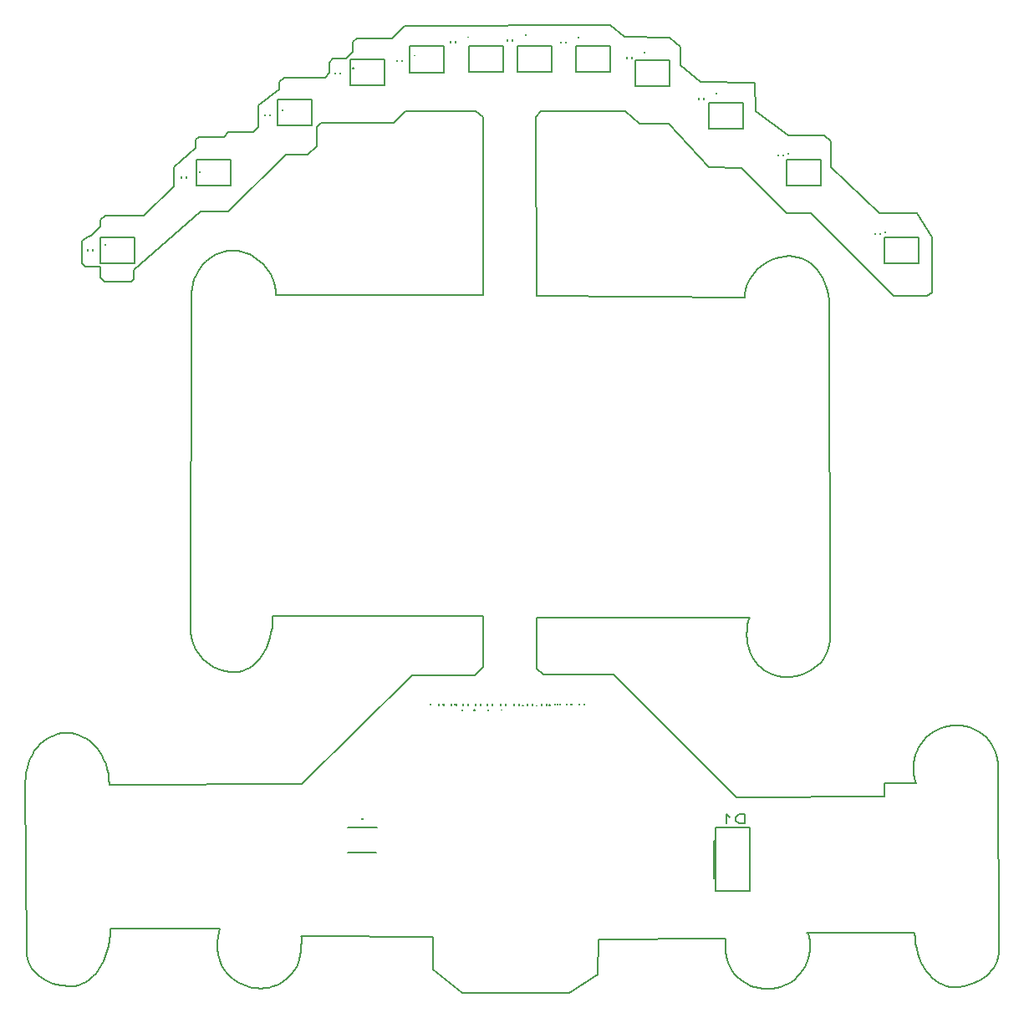
<source format=gbo>
G04 PROTEUS RS274X GERBER FILE*
%FSLAX24Y24*%
%MOIN*%
%ADD15C,0.0080*%
G54D15*
X-7285Y+33957D02*
X-5916Y+33957D01*
X-5916Y+34992D01*
X-7285Y+34992D01*
X-7285Y+33957D01*
X-5376Y+33953D02*
X-4007Y+33953D01*
X-4007Y+34989D01*
X-5376Y+34989D01*
X-5376Y+33953D01*
X-12027Y+33436D02*
X-10658Y+33436D01*
X-10658Y+34472D01*
X-12027Y+34472D01*
X-12027Y+33436D01*
X-14925Y+31840D02*
X-13557Y+31840D01*
X-13557Y+32875D01*
X-14925Y+32875D01*
X-14925Y+31840D01*
X-18146Y+29425D02*
X-16778Y+29425D01*
X-16778Y+30460D01*
X-18146Y+30460D01*
X-18146Y+29425D01*
X-3031Y+33959D02*
X-1662Y+33959D01*
X-1662Y+34995D01*
X-3031Y+34995D01*
X-3031Y+33959D01*
X-649Y+33411D02*
X+719Y+33411D01*
X+719Y+34447D01*
X-649Y+34447D01*
X-649Y+33411D01*
X+2288Y+31698D02*
X+3656Y+31698D01*
X+3656Y+32733D01*
X+2288Y+32733D01*
X+2288Y+31698D01*
X-9669Y+33949D02*
X-8300Y+33949D01*
X-8300Y+34985D01*
X-9669Y+34985D01*
X-9669Y+33949D01*
X-22001Y+26346D02*
X-20632Y+26346D01*
X-20632Y+27382D01*
X-22001Y+27382D01*
X-22001Y+26346D01*
X-22301Y+26847D02*
X-22301Y+26897D01*
X-22501Y+26847D02*
X-22501Y+26897D01*
X-21783Y+27095D02*
X-21789Y+27095D01*
X-21789Y+27089D01*
X-21788Y+27088D01*
X-21787Y+27088D01*
X-21786Y+27089D01*
X-21786Y+27095D01*
X-21786Y+27089D02*
X-21785Y+27088D01*
X-21783Y+27088D01*
X-21787Y+27083D02*
X-21789Y+27080D01*
X-21783Y+27080D01*
X-21788Y+27074D02*
X-21789Y+27073D01*
X-21789Y+27069D01*
X-21788Y+27068D01*
X-21787Y+27068D01*
X-21786Y+27069D01*
X-21786Y+27073D01*
X-21785Y+27074D01*
X-21783Y+27074D01*
X-21783Y+27068D01*
X-18545Y+29744D02*
X-18545Y+29794D01*
X-18745Y+29744D02*
X-18745Y+29794D01*
X-18027Y+29993D02*
X-18033Y+29993D01*
X-18033Y+29987D01*
X-18032Y+29986D01*
X-18031Y+29986D01*
X-18030Y+29987D01*
X-18030Y+29993D01*
X-18030Y+29987D02*
X-18029Y+29986D01*
X-18027Y+29986D01*
X-18031Y+29981D02*
X-18033Y+29978D01*
X-18027Y+29978D01*
X-18032Y+29972D02*
X-18033Y+29971D01*
X-18033Y+29967D01*
X-18032Y+29966D01*
X-18031Y+29966D01*
X-18030Y+29967D01*
X-18029Y+29966D01*
X-18028Y+29966D01*
X-18027Y+29967D01*
X-18027Y+29971D01*
X-18028Y+29972D01*
X-18030Y+29970D02*
X-18030Y+29967D01*
X-15234Y+32218D02*
X-15234Y+32268D01*
X-15434Y+32218D02*
X-15434Y+32268D01*
X-14716Y+32466D02*
X-14722Y+32466D01*
X-14722Y+32460D01*
X-14721Y+32459D01*
X-14720Y+32459D01*
X-14719Y+32460D01*
X-14719Y+32466D01*
X-14719Y+32460D02*
X-14718Y+32459D01*
X-14716Y+32459D01*
X-14720Y+32454D02*
X-14722Y+32451D01*
X-14716Y+32451D01*
X-14718Y+32439D02*
X-14718Y+32446D01*
X-14722Y+32441D01*
X-14716Y+32441D01*
X-12423Y+33890D02*
X-12423Y+33940D01*
X-12623Y+33890D02*
X-12623Y+33940D01*
X-11905Y+34139D02*
X-11911Y+34139D01*
X-11911Y+34133D01*
X-11910Y+34132D01*
X-11909Y+34132D01*
X-11908Y+34133D01*
X-11908Y+34139D01*
X-11908Y+34133D02*
X-11907Y+34132D01*
X-11905Y+34132D01*
X-11909Y+34127D02*
X-11911Y+34124D01*
X-11905Y+34124D01*
X-11911Y+34112D02*
X-11911Y+34118D01*
X-11909Y+34118D01*
X-11909Y+34113D01*
X-11908Y+34112D01*
X-11906Y+34112D01*
X-11905Y+34113D01*
X-11905Y+34117D01*
X-11906Y+34118D01*
X-9967Y+34396D02*
X-9967Y+34446D01*
X-10167Y+34396D02*
X-10167Y+34446D01*
X-9449Y+34645D02*
X-9455Y+34645D01*
X-9455Y+34639D01*
X-9454Y+34638D01*
X-9453Y+34638D01*
X-9452Y+34639D01*
X-9452Y+34645D01*
X-9452Y+34639D02*
X-9451Y+34638D01*
X-9449Y+34638D01*
X-9453Y+34633D02*
X-9455Y+34630D01*
X-9449Y+34630D01*
X-9454Y+34618D02*
X-9455Y+34619D01*
X-9455Y+34623D01*
X-9454Y+34624D01*
X-9450Y+34624D01*
X-9449Y+34623D01*
X-9449Y+34619D01*
X-9450Y+34618D01*
X-9451Y+34618D01*
X-9452Y+34619D01*
X-9452Y+34624D01*
X-7840Y+35138D02*
X-7840Y+35188D01*
X-8040Y+35138D02*
X-8040Y+35188D01*
X-7322Y+35379D02*
X-7328Y+35379D01*
X-7328Y+35373D01*
X-7327Y+35372D01*
X-7326Y+35372D01*
X-7325Y+35373D01*
X-7325Y+35379D01*
X-7325Y+35373D02*
X-7324Y+35372D01*
X-7322Y+35372D01*
X-7326Y+35367D02*
X-7328Y+35364D01*
X-7322Y+35364D01*
X-7328Y+35358D02*
X-7328Y+35352D01*
X-7327Y+35352D01*
X-7322Y+35358D01*
X-5545Y+35211D02*
X-5545Y+35261D01*
X-5745Y+35211D02*
X-5745Y+35261D01*
X-5027Y+35459D02*
X-5033Y+35459D01*
X-5033Y+35453D01*
X-5032Y+35452D01*
X-5031Y+35452D01*
X-5030Y+35453D01*
X-5030Y+35459D01*
X-5030Y+35453D02*
X-5029Y+35452D01*
X-5027Y+35452D01*
X-5031Y+35447D02*
X-5033Y+35444D01*
X-5027Y+35444D01*
X-5030Y+35437D02*
X-5031Y+35438D01*
X-5032Y+35438D01*
X-5033Y+35437D01*
X-5033Y+35433D01*
X-5032Y+35432D01*
X-5031Y+35432D01*
X-5030Y+35433D01*
X-5030Y+35437D01*
X-5029Y+35438D01*
X-5028Y+35438D01*
X-5027Y+35437D01*
X-5027Y+35433D01*
X-5028Y+35432D01*
X-5029Y+35432D01*
X-5030Y+35433D01*
X-3435Y+35118D02*
X-3435Y+35168D01*
X-3635Y+35118D02*
X-3635Y+35168D01*
X-2917Y+35367D02*
X-2923Y+35367D01*
X-2923Y+35361D01*
X-2922Y+35360D01*
X-2921Y+35360D01*
X-2920Y+35361D01*
X-2920Y+35367D01*
X-2920Y+35361D02*
X-2919Y+35360D01*
X-2917Y+35360D01*
X-2921Y+35355D02*
X-2923Y+35352D01*
X-2917Y+35352D01*
X-2921Y+35340D02*
X-2920Y+35341D01*
X-2920Y+35345D01*
X-2921Y+35346D01*
X-2922Y+35346D01*
X-2923Y+35345D01*
X-2923Y+35341D01*
X-2922Y+35340D01*
X-2918Y+35340D01*
X-2917Y+35341D01*
X-2917Y+35345D01*
X-805Y+34504D02*
X-805Y+34554D01*
X-1005Y+34504D02*
X-1005Y+34554D01*
X-287Y+34753D02*
X-293Y+34753D01*
X-293Y+34747D01*
X-292Y+34746D01*
X-291Y+34746D01*
X-290Y+34747D01*
X-290Y+34753D01*
X-290Y+34747D02*
X-289Y+34746D01*
X-287Y+34746D01*
X-292Y+34742D02*
X-293Y+34741D01*
X-293Y+34737D01*
X-292Y+34736D01*
X-291Y+34736D01*
X-290Y+34737D01*
X-290Y+34741D01*
X-289Y+34742D01*
X-287Y+34742D01*
X-287Y+34736D01*
X-288Y+34733D02*
X-292Y+34733D01*
X-293Y+34732D01*
X-293Y+34727D01*
X-292Y+34726D01*
X-288Y+34726D01*
X-287Y+34727D01*
X-287Y+34732D01*
X-288Y+34733D01*
X-287Y+34733D02*
X-293Y+34726D01*
X+2064Y+32878D02*
X+2064Y+32928D01*
X+1864Y+32878D02*
X+1864Y+32928D01*
X+2574Y+33127D02*
X+2568Y+33127D01*
X+2568Y+33121D01*
X+2569Y+33120D01*
X+2570Y+33120D01*
X+2571Y+33121D01*
X+2571Y+33127D01*
X+2571Y+33121D02*
X+2572Y+33120D01*
X+2574Y+33120D01*
X+2569Y+33116D02*
X+2568Y+33115D01*
X+2568Y+33111D01*
X+2569Y+33110D01*
X+2570Y+33110D01*
X+2571Y+33111D01*
X+2571Y+33115D01*
X+2572Y+33116D01*
X+2574Y+33116D01*
X+2574Y+33110D01*
X+2570Y+33105D02*
X+2568Y+33102D01*
X+2574Y+33102D01*
X-7039Y+8757D02*
X-7039Y+8707D01*
X-6839Y+8757D02*
X-6839Y+8707D01*
X-7557Y+8513D02*
X-7551Y+8513D01*
X-7551Y+8519D01*
X-7552Y+8520D01*
X-7553Y+8520D01*
X-7554Y+8519D01*
X-7554Y+8513D01*
X-7554Y+8519D02*
X-7555Y+8520D01*
X-7557Y+8520D01*
X-7555Y+8530D02*
X-7555Y+8523D01*
X-7551Y+8528D01*
X-7557Y+8528D01*
X-6560Y+8751D02*
X-6560Y+8701D01*
X-6360Y+8751D02*
X-6360Y+8701D01*
X-7078Y+8507D02*
X-7072Y+8507D01*
X-7072Y+8513D01*
X-7073Y+8514D01*
X-7074Y+8514D01*
X-7075Y+8513D01*
X-7075Y+8507D01*
X-7075Y+8513D02*
X-7076Y+8514D01*
X-7078Y+8514D01*
X-7072Y+8524D02*
X-7072Y+8518D01*
X-7074Y+8518D01*
X-7074Y+8523D01*
X-7075Y+8524D01*
X-7077Y+8524D01*
X-7078Y+8523D01*
X-7078Y+8519D01*
X-7077Y+8518D01*
X-6020Y+8760D02*
X-6020Y+8710D01*
X-5820Y+8760D02*
X-5820Y+8710D01*
X-6538Y+8516D02*
X-6532Y+8516D01*
X-6532Y+8522D01*
X-6533Y+8523D01*
X-6534Y+8523D01*
X-6535Y+8522D01*
X-6535Y+8516D01*
X-6535Y+8522D02*
X-6536Y+8523D01*
X-6538Y+8523D01*
X-6533Y+8533D02*
X-6532Y+8532D01*
X-6532Y+8528D01*
X-6533Y+8527D01*
X-6537Y+8527D01*
X-6538Y+8528D01*
X-6538Y+8532D01*
X-6537Y+8533D01*
X-6536Y+8533D01*
X-6535Y+8532D01*
X-6535Y+8527D01*
X-5482Y+8765D02*
X-5482Y+8715D01*
X-5282Y+8765D02*
X-5282Y+8715D01*
X-6000Y+8521D02*
X-5994Y+8521D01*
X-5994Y+8527D01*
X-5995Y+8528D01*
X-5996Y+8528D01*
X-5997Y+8527D01*
X-5997Y+8521D01*
X-5997Y+8527D02*
X-5998Y+8528D01*
X-6000Y+8528D01*
X-5994Y+8532D02*
X-5994Y+8538D01*
X-5995Y+8538D01*
X-6000Y+8532D01*
X-4959Y+8760D02*
X-4959Y+8710D01*
X-4759Y+8760D02*
X-4759Y+8710D01*
X-5137Y+8713D02*
X-5143Y+8713D01*
X-5143Y+8707D01*
X-5142Y+8706D01*
X-5141Y+8706D01*
X-5140Y+8707D01*
X-5140Y+8713D01*
X-5140Y+8707D02*
X-5139Y+8706D01*
X-5137Y+8706D01*
X-5140Y+8701D02*
X-5141Y+8702D01*
X-5142Y+8702D01*
X-5143Y+8701D01*
X-5143Y+8697D01*
X-5142Y+8696D01*
X-5141Y+8696D01*
X-5140Y+8697D01*
X-5140Y+8701D01*
X-5139Y+8702D01*
X-5138Y+8702D01*
X-5137Y+8701D01*
X-5137Y+8697D01*
X-5138Y+8696D01*
X-5139Y+8696D01*
X-5140Y+8697D01*
X-4398Y+8761D02*
X-4398Y+8711D01*
X-4198Y+8761D02*
X-4198Y+8711D01*
X-4595Y+8715D02*
X-4601Y+8715D01*
X-4601Y+8709D01*
X-4600Y+8708D01*
X-4599Y+8708D01*
X-4598Y+8709D01*
X-4598Y+8715D01*
X-4598Y+8709D02*
X-4597Y+8708D01*
X-4595Y+8708D01*
X-4599Y+8698D02*
X-4598Y+8699D01*
X-4598Y+8703D01*
X-4599Y+8704D01*
X-4600Y+8704D01*
X-4601Y+8703D01*
X-4601Y+8699D01*
X-4600Y+8698D01*
X-4596Y+8698D01*
X-4595Y+8699D01*
X-4595Y+8703D01*
X-3874Y+8769D02*
X-3874Y+8719D01*
X-3674Y+8769D02*
X-3674Y+8719D01*
X-4071Y+8727D02*
X-4077Y+8727D01*
X-4077Y+8721D01*
X-4076Y+8720D01*
X-4075Y+8720D01*
X-4074Y+8721D01*
X-4074Y+8727D01*
X-4074Y+8721D02*
X-4073Y+8720D01*
X-4071Y+8720D01*
X-4075Y+8715D02*
X-4077Y+8712D01*
X-4071Y+8712D01*
X-4072Y+8707D02*
X-4076Y+8707D01*
X-4077Y+8706D01*
X-4077Y+8701D01*
X-4076Y+8700D01*
X-4072Y+8700D01*
X-4071Y+8701D01*
X-4071Y+8706D01*
X-4072Y+8707D01*
X-4071Y+8707D02*
X-4077Y+8700D01*
X+5233Y+30622D02*
X+5233Y+30672D01*
X+5033Y+30622D02*
X+5033Y+30672D01*
X+5436Y+30733D02*
X+5430Y+30733D01*
X+5430Y+30727D01*
X+5431Y+30726D01*
X+5432Y+30726D01*
X+5433Y+30727D01*
X+5433Y+30733D01*
X+5433Y+30727D02*
X+5434Y+30726D01*
X+5436Y+30726D01*
X+5434Y+30716D02*
X+5434Y+30723D01*
X+5430Y+30718D01*
X+5436Y+30718D01*
X+5431Y+30712D02*
X+5430Y+30711D01*
X+5430Y+30707D01*
X+5431Y+30706D01*
X+5432Y+30706D01*
X+5433Y+30707D01*
X+5434Y+30706D01*
X+5435Y+30706D01*
X+5436Y+30707D01*
X+5436Y+30711D01*
X+5435Y+30712D01*
X+5433Y+30710D02*
X+5433Y+30707D01*
X+9115Y+27496D02*
X+9115Y+27546D01*
X+8915Y+27496D02*
X+8915Y+27546D01*
X+9318Y+27607D02*
X+9312Y+27607D01*
X+9312Y+27601D01*
X+9313Y+27600D01*
X+9314Y+27600D01*
X+9315Y+27601D01*
X+9315Y+27607D01*
X+9315Y+27601D02*
X+9316Y+27600D01*
X+9318Y+27600D01*
X+9316Y+27590D02*
X+9316Y+27597D01*
X+9312Y+27592D01*
X+9318Y+27592D01*
X+9312Y+27580D02*
X+9312Y+27586D01*
X+9314Y+27586D01*
X+9314Y+27581D01*
X+9315Y+27580D01*
X+9317Y+27580D01*
X+9318Y+27581D01*
X+9318Y+27585D01*
X+9317Y+27586D01*
X+9278Y+26338D02*
X+10647Y+26338D01*
X+10647Y+27374D01*
X+9278Y+27374D01*
X+9278Y+26338D01*
X+5361Y+29432D02*
X+6729Y+29432D01*
X+6729Y+30468D01*
X+5361Y+30468D01*
X+5361Y+29432D01*
X-2895Y+8780D02*
X-2895Y+8730D01*
X-2695Y+8780D02*
X-2695Y+8730D01*
X-3232Y+8775D02*
X-3238Y+8775D01*
X-3238Y+8769D01*
X-3237Y+8768D01*
X-3236Y+8768D01*
X-3235Y+8769D01*
X-3235Y+8775D01*
X-3235Y+8769D02*
X-3234Y+8768D01*
X-3232Y+8768D01*
X-3237Y+8764D02*
X-3238Y+8763D01*
X-3238Y+8759D01*
X-3237Y+8758D01*
X-3236Y+8758D01*
X-3235Y+8759D01*
X-3234Y+8758D01*
X-3233Y+8758D01*
X-3232Y+8759D01*
X-3232Y+8763D01*
X-3233Y+8764D01*
X-3235Y+8762D02*
X-3235Y+8759D01*
X-3237Y+8754D02*
X-3238Y+8753D01*
X-3238Y+8749D01*
X-3237Y+8748D01*
X-3236Y+8748D01*
X-3235Y+8749D01*
X-3234Y+8748D01*
X-3233Y+8748D01*
X-3232Y+8749D01*
X-3232Y+8753D01*
X-3233Y+8754D01*
X-3235Y+8752D02*
X-3235Y+8749D01*
X-3407Y+8773D02*
X-3407Y+8723D01*
X-3207Y+8773D02*
X-3207Y+8723D01*
X-3744Y+8768D02*
X-3750Y+8768D01*
X-3750Y+8762D01*
X-3749Y+8761D01*
X-3748Y+8761D01*
X-3747Y+8762D01*
X-3747Y+8768D01*
X-3747Y+8762D02*
X-3746Y+8761D01*
X-3744Y+8761D01*
X-3749Y+8757D02*
X-3750Y+8756D01*
X-3750Y+8752D01*
X-3749Y+8751D01*
X-3748Y+8751D01*
X-3747Y+8752D01*
X-3746Y+8751D01*
X-3745Y+8751D01*
X-3744Y+8752D01*
X-3744Y+8756D01*
X-3745Y+8757D01*
X-3747Y+8755D02*
X-3747Y+8752D01*
X-3749Y+8747D02*
X-3750Y+8746D01*
X-3750Y+8742D01*
X-3749Y+8741D01*
X-3748Y+8741D01*
X-3747Y+8742D01*
X-3747Y+8746D01*
X-3746Y+8747D01*
X-3744Y+8747D01*
X-3744Y+8741D01*
X-8493Y+8761D02*
X-8493Y+8711D01*
X-8293Y+8761D02*
X-8293Y+8711D01*
X-8830Y+8756D02*
X-8836Y+8756D01*
X-8836Y+8750D01*
X-8835Y+8749D01*
X-8834Y+8749D01*
X-8833Y+8750D01*
X-8833Y+8756D01*
X-8833Y+8750D02*
X-8832Y+8749D01*
X-8830Y+8749D01*
X-8835Y+8745D02*
X-8836Y+8744D01*
X-8836Y+8740D01*
X-8835Y+8739D01*
X-8834Y+8739D01*
X-8833Y+8740D01*
X-8833Y+8744D01*
X-8832Y+8745D01*
X-8830Y+8745D01*
X-8830Y+8739D01*
X-8832Y+8729D02*
X-8832Y+8736D01*
X-8836Y+8731D01*
X-8830Y+8731D01*
X-8001Y+8757D02*
X-8001Y+8707D01*
X-7801Y+8757D02*
X-7801Y+8707D01*
X-8330Y+8752D02*
X-8336Y+8752D01*
X-8336Y+8746D01*
X-8335Y+8745D01*
X-8334Y+8745D01*
X-8333Y+8746D01*
X-8333Y+8752D01*
X-8333Y+8746D02*
X-8332Y+8745D01*
X-8330Y+8745D01*
X-8335Y+8741D02*
X-8336Y+8740D01*
X-8336Y+8736D01*
X-8335Y+8735D01*
X-8334Y+8735D01*
X-8333Y+8736D01*
X-8333Y+8740D01*
X-8332Y+8741D01*
X-8330Y+8741D01*
X-8330Y+8735D01*
X-8336Y+8725D02*
X-8336Y+8731D01*
X-8334Y+8731D01*
X-8334Y+8726D01*
X-8333Y+8725D01*
X-8331Y+8725D01*
X-8330Y+8726D01*
X-8330Y+8730D01*
X-8331Y+8731D01*
X-7517Y+8757D02*
X-7517Y+8707D01*
X-7317Y+8757D02*
X-7317Y+8707D01*
X-7854Y+8752D02*
X-7860Y+8752D01*
X-7860Y+8746D01*
X-7859Y+8745D01*
X-7858Y+8745D01*
X-7857Y+8746D01*
X-7857Y+8752D01*
X-7857Y+8746D02*
X-7856Y+8745D01*
X-7854Y+8745D01*
X-7859Y+8741D02*
X-7860Y+8740D01*
X-7860Y+8736D01*
X-7859Y+8735D01*
X-7858Y+8735D01*
X-7857Y+8736D01*
X-7857Y+8740D01*
X-7856Y+8741D01*
X-7854Y+8741D01*
X-7854Y+8735D01*
X-7859Y+8725D02*
X-7860Y+8726D01*
X-7860Y+8730D01*
X-7859Y+8731D01*
X-7855Y+8731D01*
X-7854Y+8730D01*
X-7854Y+8726D01*
X-7855Y+8725D01*
X-7856Y+8725D01*
X-7857Y+8726D01*
X-7857Y+8731D01*
X-10968Y+3842D02*
X-12128Y+3842D01*
X-12118Y+2842D02*
X-10978Y+2842D01*
X-11540Y+4180D02*
X-11539Y+4179D01*
X-11535Y+4179D01*
X-11533Y+4181D01*
X-11533Y+4183D01*
X-11535Y+4185D01*
X-11539Y+4185D01*
X-11540Y+4184D01*
X-11545Y+4183D02*
X-11548Y+4185D01*
X-11548Y+4179D01*
X-11560Y+4181D02*
X-11553Y+4181D01*
X-11558Y+4185D01*
X-11558Y+4179D01*
X+3923Y+3836D02*
X+3923Y+1316D01*
X+2553Y+1316D01*
X+2553Y+3836D01*
X+3913Y+3836D01*
X+2553Y+3306D02*
X+2473Y+3306D01*
X+2473Y+1816D01*
X+2543Y+1816D01*
X+3723Y+3996D02*
X+3723Y+4356D01*
X+3473Y+4356D01*
X+3348Y+4236D01*
X+3348Y+4116D01*
X+3473Y+3996D01*
X+3723Y+3996D01*
X+3098Y+4236D02*
X+2973Y+4356D01*
X+2973Y+3996D01*
X-1670Y+35830D02*
X-9850Y+35810D01*
X-10360Y+35300D01*
X-11770Y+35300D01*
X-11940Y+35160D01*
X-11940Y+34750D01*
X-12180Y+34500D01*
X-12710Y+34500D01*
X-12850Y+34340D01*
X-12850Y+33920D01*
X-13030Y+33740D01*
X-14660Y+33740D01*
X-14860Y+33560D01*
X-14860Y+33260D01*
X-15690Y+32640D01*
X-15690Y+31750D01*
X-15880Y+31560D01*
X-16890Y+31560D01*
X-17060Y+31380D01*
X-18070Y+31380D01*
X-18180Y+31260D01*
X-18180Y+30920D01*
X-19050Y+30170D01*
X-19050Y+29410D01*
X-20270Y+28240D01*
X-21790Y+28240D01*
X-21980Y+28050D01*
X-21980Y+27790D01*
X-22350Y+27440D01*
X-22470Y+27400D01*
X-22710Y+27230D01*
X-22710Y+26340D01*
X-22600Y+26210D01*
X-21990Y+26210D01*
X-21990Y+25750D01*
X-21810Y+25590D01*
X-20770Y+25590D01*
X-20670Y+25710D01*
X-20670Y+26070D01*
X-18000Y+28410D01*
X-16880Y+28410D01*
X-14580Y+30650D01*
X-13730Y+30660D01*
X-13360Y+31010D01*
X-13360Y+31770D01*
X-13190Y+31940D01*
X-10300Y+31940D01*
X-9830Y+32400D01*
X-7030Y+32400D01*
X-6710Y+32150D01*
X-6710Y+25080D01*
X-14990Y+25080D01*
X-14999Y+25247D01*
X-15024Y+25412D01*
X-15066Y+25574D01*
X-15123Y+25731D01*
X-15195Y+25883D01*
X-15281Y+26027D01*
X-15379Y+26164D01*
X-15490Y+26291D01*
X-15612Y+26408D01*
X-15745Y+26513D01*
X-15887Y+26605D01*
X-16039Y+26683D01*
X-16199Y+26745D01*
X-16366Y+26792D01*
X-16540Y+26820D01*
X-16720Y+26830D01*
X-16891Y+26821D01*
X-17057Y+26793D01*
X-17217Y+26747D01*
X-17369Y+26686D01*
X-17514Y+26608D01*
X-17650Y+26515D01*
X-17777Y+26409D01*
X-17893Y+26289D01*
X-17999Y+26157D01*
X-18093Y+26014D01*
X-18174Y+25859D01*
X-18243Y+25696D01*
X-18297Y+25523D01*
X-18337Y+25342D01*
X-18362Y+25154D01*
X-18370Y+24960D01*
X-18400Y+11790D01*
X-18391Y+11606D01*
X-18365Y+11428D01*
X-18322Y+11257D01*
X-18264Y+11093D01*
X-18191Y+10938D01*
X-18104Y+10792D01*
X-18004Y+10656D01*
X-17891Y+10532D01*
X-17767Y+10418D01*
X-17632Y+10317D01*
X-17487Y+10230D01*
X-17333Y+10156D01*
X-17170Y+10098D01*
X-17000Y+10055D01*
X-16823Y+10029D01*
X-16640Y+10020D01*
X-16481Y+10031D01*
X-16327Y+10065D01*
X-16179Y+10119D01*
X-16038Y+10194D01*
X-15904Y+10287D01*
X-15778Y+10398D01*
X-15660Y+10526D01*
X-15552Y+10670D01*
X-15454Y+10829D01*
X-15367Y+11002D01*
X-15291Y+11187D01*
X-15228Y+11384D01*
X-15177Y+11592D01*
X-15140Y+11810D01*
X-15118Y+12036D01*
X-15110Y+12270D01*
X-6720Y+12280D01*
X-6720Y+10220D01*
X-7070Y+9910D01*
X-9560Y+9900D01*
X-13960Y+5560D01*
X-21640Y+5540D01*
X-21649Y+5754D01*
X-21674Y+5961D01*
X-21715Y+6160D01*
X-21772Y+6350D01*
X-21843Y+6531D01*
X-21927Y+6701D01*
X-22025Y+6859D01*
X-22134Y+7004D01*
X-22255Y+7136D01*
X-22386Y+7254D01*
X-22527Y+7355D01*
X-22677Y+7441D01*
X-22835Y+7509D01*
X-23000Y+7559D01*
X-23172Y+7590D01*
X-23350Y+7600D01*
X-23519Y+7590D01*
X-23683Y+7561D01*
X-23841Y+7513D01*
X-23991Y+7447D01*
X-24134Y+7365D01*
X-24268Y+7267D01*
X-24393Y+7154D01*
X-24508Y+7027D01*
X-24613Y+6888D01*
X-24706Y+6736D01*
X-24786Y+6572D01*
X-24854Y+6399D01*
X-24908Y+6216D01*
X-24948Y+6025D01*
X-24972Y+5826D01*
X-24980Y+5620D01*
X-24930Y-1120D01*
X-24921Y-1263D01*
X-24896Y-1402D01*
X-24854Y-1536D01*
X-24797Y-1663D01*
X-24725Y-1784D01*
X-24639Y-1898D01*
X-24430Y-2101D01*
X-24175Y-2268D01*
X-23881Y-2394D01*
X-23554Y-2473D01*
X-23200Y-2500D01*
X-23034Y-2488D01*
X-22873Y-2454D01*
X-22718Y-2399D01*
X-22570Y-2323D01*
X-22430Y-2228D01*
X-22298Y-2115D01*
X-22175Y-1985D01*
X-22062Y-1838D01*
X-21960Y-1676D01*
X-21869Y-1501D01*
X-21790Y-1312D01*
X-21723Y-1111D01*
X-21670Y-900D01*
X-21632Y-678D01*
X-21608Y-448D01*
X-21600Y-210D01*
X-17230Y-210D01*
X-17294Y-497D01*
X-17324Y-765D01*
X-17322Y-1016D01*
X-17290Y-1248D01*
X-17232Y-1461D01*
X-17149Y-1657D01*
X-17046Y-1833D01*
X-16924Y-1992D01*
X-16786Y-2132D01*
X-16634Y-2253D01*
X-16473Y-2356D01*
X-16303Y-2440D01*
X-16128Y-2506D01*
X-15951Y-2552D01*
X-15774Y-2581D01*
X-15600Y-2590D01*
X-15432Y-2582D01*
X-15269Y-2557D01*
X-15112Y-2516D01*
X-14962Y-2461D01*
X-14820Y-2392D01*
X-14687Y-2309D01*
X-14562Y-2214D01*
X-14448Y-2107D01*
X-14344Y-1989D01*
X-14252Y-1861D01*
X-14172Y-1723D01*
X-14105Y-1577D01*
X-14051Y-1423D01*
X-14012Y-1261D01*
X-13988Y-1093D01*
X-13980Y-920D01*
X-13974Y-698D01*
X-13964Y-597D01*
X-13961Y-556D01*
X-13977Y-515D01*
X-14007Y-490D01*
X-13710Y-500D01*
X-8740Y-520D01*
X-8740Y-1820D01*
X-7570Y-2760D01*
X-3290Y-2760D01*
X-2150Y-2030D01*
X-2140Y-620D01*
X+2540Y-600D01*
X+2940Y-596D01*
X+2932Y-729D01*
X+2943Y-637D01*
X+2930Y-980D01*
X+2939Y-1149D01*
X+2964Y-1313D01*
X+3004Y-1471D01*
X+3060Y-1621D01*
X+3130Y-1764D01*
X+3214Y-1898D01*
X+3310Y-2023D01*
X+3418Y-2138D01*
X+3537Y-2243D01*
X+3667Y-2336D01*
X+3807Y-2416D01*
X+3955Y-2484D01*
X+4111Y-2538D01*
X+4274Y-2578D01*
X+4444Y-2602D01*
X+4620Y-2610D01*
X+4795Y-2601D01*
X+4963Y-2576D01*
X+5126Y-2535D01*
X+5281Y-2478D01*
X+5428Y-2407D01*
X+5567Y-2322D01*
X+5696Y-2225D01*
X+5814Y-2115D01*
X+5922Y-1995D01*
X+6017Y-1863D01*
X+6100Y-1722D01*
X+6170Y-1573D01*
X+6226Y-1415D01*
X+6267Y-1249D01*
X+6292Y-1078D01*
X+6300Y-900D01*
X+6291Y-691D01*
X+6268Y-523D01*
X+6233Y-411D01*
X+6212Y-381D01*
X+6190Y-370D01*
X+10490Y-360D01*
X+10498Y-585D01*
X+10521Y-804D01*
X+10560Y-1013D01*
X+10612Y-1214D01*
X+10678Y-1404D01*
X+10756Y-1583D01*
X+10846Y-1749D01*
X+10947Y-1902D01*
X+11058Y-2041D01*
X+11180Y-2165D01*
X+11310Y-2272D01*
X+11448Y-2362D01*
X+11594Y-2434D01*
X+11747Y-2487D01*
X+11906Y-2519D01*
X+12070Y-2530D01*
X+12254Y-2522D01*
X+12432Y-2500D01*
X+12766Y-2415D01*
X+13067Y-2280D01*
X+13328Y-2099D01*
X+13441Y-1994D01*
X+13542Y-1880D01*
X+13630Y-1757D01*
X+13703Y-1626D01*
X+13762Y-1489D01*
X+13805Y-1345D01*
X+13831Y-1195D01*
X+13840Y-1040D01*
X+13800Y+6240D01*
X+13792Y+6413D01*
X+13768Y+6581D01*
X+13728Y+6743D01*
X+13674Y+6897D01*
X+13606Y+7043D01*
X+13526Y+7181D01*
X+13433Y+7309D01*
X+13328Y+7427D01*
X+13213Y+7534D01*
X+13088Y+7629D01*
X+12954Y+7712D01*
X+12811Y+7781D01*
X+12661Y+7836D01*
X+12503Y+7877D01*
X+12339Y+7902D01*
X+12170Y+7910D01*
X+11990Y+7901D01*
X+11816Y+7876D01*
X+11649Y+7835D01*
X+11489Y+7779D01*
X+11337Y+7708D01*
X+11195Y+7624D01*
X+11062Y+7527D01*
X+10940Y+7418D01*
X+10829Y+7298D01*
X+10731Y+7168D01*
X+10645Y+7028D01*
X+10573Y+6879D01*
X+10516Y+6722D01*
X+10474Y+6558D01*
X+10449Y+6387D01*
X+10440Y+6210D01*
X+10447Y+5974D01*
X+10466Y+5783D01*
X+10494Y+5656D01*
X+10511Y+5622D01*
X+10530Y+5610D01*
X+9260Y+5600D01*
X+9260Y+5050D01*
X+3370Y+5030D01*
X-1520Y+9930D01*
X-4340Y+9920D01*
X-4600Y+10150D01*
X-4597Y+12193D01*
X+3911Y+12183D01*
X+3856Y+12069D01*
X+3818Y+11916D01*
X+3797Y+11728D01*
X+3790Y+11510D01*
X+3798Y+11335D01*
X+3821Y+11166D01*
X+3860Y+11004D01*
X+3912Y+10849D01*
X+3978Y+10702D01*
X+4056Y+10563D01*
X+4146Y+10434D01*
X+4247Y+10316D01*
X+4358Y+10208D01*
X+4480Y+10112D01*
X+4610Y+10029D01*
X+4748Y+9960D01*
X+4894Y+9904D01*
X+5047Y+9863D01*
X+5206Y+9838D01*
X+5370Y+9830D01*
X+5552Y+9838D01*
X+5728Y+9862D01*
X+5897Y+9901D01*
X+6059Y+9955D01*
X+6212Y+10022D01*
X+6356Y+10102D01*
X+6490Y+10194D01*
X+6614Y+10298D01*
X+6726Y+10412D01*
X+6826Y+10537D01*
X+6912Y+10670D01*
X+6985Y+10812D01*
X+7043Y+10962D01*
X+7085Y+11119D01*
X+7111Y+11282D01*
X+7120Y+11450D01*
X+7080Y+24650D01*
X+7072Y+24855D01*
X+7048Y+25053D01*
X+7010Y+25243D01*
X+6957Y+25425D01*
X+6890Y+25598D01*
X+6811Y+25760D01*
X+6720Y+25911D01*
X+6618Y+26050D01*
X+6505Y+26177D01*
X+6382Y+26289D01*
X+6250Y+26386D01*
X+6110Y+26468D01*
X+5962Y+26533D01*
X+5807Y+26581D01*
X+5646Y+26610D01*
X+5480Y+26620D01*
X+5296Y+26610D01*
X+5118Y+26582D01*
X+4947Y+26536D01*
X+4783Y+26474D01*
X+4628Y+26398D01*
X+4482Y+26308D01*
X+4347Y+26206D01*
X+4222Y+26094D01*
X+4008Y+25842D01*
X+3920Y+25705D01*
X+3847Y+25564D01*
X+3788Y+25418D01*
X+3745Y+25269D01*
X+3719Y+25120D01*
X+3710Y+24970D01*
X-4600Y+25020D01*
X-4620Y+32180D01*
X-4410Y+32390D01*
X-1050Y+32390D01*
X-490Y+31910D01*
X+660Y+31900D01*
X+2290Y+30150D01*
X+3590Y+30140D01*
X+5390Y+28340D01*
X+6350Y+28340D01*
X+9650Y+25030D01*
X+10990Y+25030D01*
X+11190Y+25170D01*
X+11170Y+27360D01*
X+10580Y+28320D01*
X+9080Y+28320D01*
X+7130Y+30160D01*
X+7130Y+31200D01*
X+6870Y+31430D01*
X+5430Y+31430D01*
X+4140Y+32400D01*
X+4110Y+33540D01*
X+1940Y+33550D01*
X+1130Y+34230D01*
X+1140Y+34980D01*
X+720Y+35320D01*
X-1100Y+35360D01*
X-1670Y+35830D01*
X-1670Y+35830D01*
M00*

</source>
